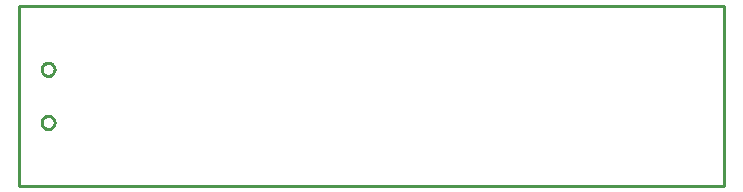
<source format=gbr>
G04 EAGLE Gerber RS-274X export*
G75*
%MOMM*%
%FSLAX34Y34*%
%LPD*%
%IN*%
%IPPOS*%
%AMOC8*
5,1,8,0,0,1.08239X$1,22.5*%
G01*
%ADD10C,0.254000*%


D10*
X0Y0D02*
X596900Y0D01*
X596900Y152400D01*
X0Y152400D01*
X0Y0D01*
X29900Y98391D02*
X29831Y97777D01*
X29693Y97175D01*
X29489Y96592D01*
X29221Y96035D01*
X28893Y95512D01*
X28508Y95029D01*
X28071Y94593D01*
X27588Y94207D01*
X27065Y93879D01*
X26508Y93611D01*
X25925Y93407D01*
X25323Y93269D01*
X24709Y93200D01*
X24091Y93200D01*
X23477Y93269D01*
X22875Y93407D01*
X22292Y93611D01*
X21735Y93879D01*
X21212Y94207D01*
X20729Y94593D01*
X20293Y95029D01*
X19907Y95512D01*
X19579Y96035D01*
X19311Y96592D01*
X19107Y97175D01*
X18969Y97777D01*
X18900Y98391D01*
X18900Y99009D01*
X18969Y99623D01*
X19107Y100225D01*
X19311Y100808D01*
X19579Y101365D01*
X19907Y101888D01*
X20293Y102371D01*
X20729Y102808D01*
X21212Y103193D01*
X21735Y103521D01*
X22292Y103789D01*
X22875Y103993D01*
X23477Y104131D01*
X24091Y104200D01*
X24709Y104200D01*
X25323Y104131D01*
X25925Y103993D01*
X26508Y103789D01*
X27065Y103521D01*
X27588Y103193D01*
X28071Y102808D01*
X28508Y102371D01*
X28893Y101888D01*
X29221Y101365D01*
X29489Y100808D01*
X29693Y100225D01*
X29831Y99623D01*
X29900Y99009D01*
X29900Y98391D01*
X29900Y53391D02*
X29831Y52777D01*
X29693Y52175D01*
X29489Y51592D01*
X29221Y51035D01*
X28893Y50512D01*
X28508Y50029D01*
X28071Y49593D01*
X27588Y49207D01*
X27065Y48879D01*
X26508Y48611D01*
X25925Y48407D01*
X25323Y48269D01*
X24709Y48200D01*
X24091Y48200D01*
X23477Y48269D01*
X22875Y48407D01*
X22292Y48611D01*
X21735Y48879D01*
X21212Y49207D01*
X20729Y49593D01*
X20293Y50029D01*
X19907Y50512D01*
X19579Y51035D01*
X19311Y51592D01*
X19107Y52175D01*
X18969Y52777D01*
X18900Y53391D01*
X18900Y54009D01*
X18969Y54623D01*
X19107Y55225D01*
X19311Y55808D01*
X19579Y56365D01*
X19907Y56888D01*
X20293Y57371D01*
X20729Y57808D01*
X21212Y58193D01*
X21735Y58521D01*
X22292Y58789D01*
X22875Y58993D01*
X23477Y59131D01*
X24091Y59200D01*
X24709Y59200D01*
X25323Y59131D01*
X25925Y58993D01*
X26508Y58789D01*
X27065Y58521D01*
X27588Y58193D01*
X28071Y57808D01*
X28508Y57371D01*
X28893Y56888D01*
X29221Y56365D01*
X29489Y55808D01*
X29693Y55225D01*
X29831Y54623D01*
X29900Y54009D01*
X29900Y53391D01*
M02*

</source>
